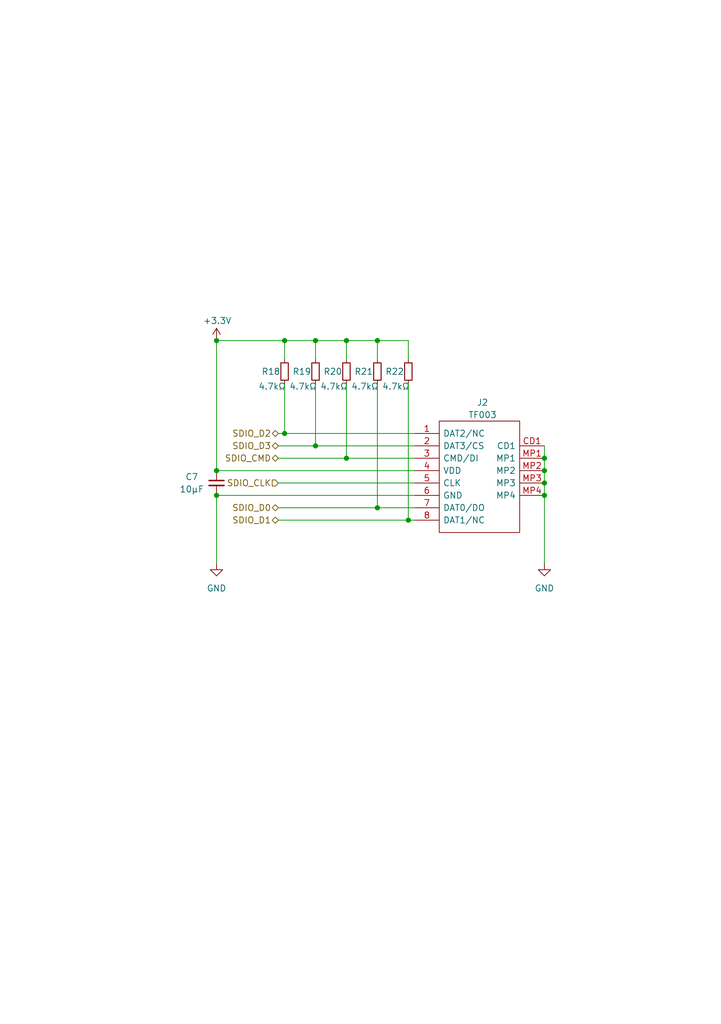
<source format=kicad_sch>
(kicad_sch (version 20250114) (generator "eeschema") (generator_version "9.0")
  (paper "A5" portrait)
  (title_block (title "GBSCSI2 Common Platform Core - microSD Slot") (date "2026-02-01") (rev "2.0") (comment 1 "Drawn by George R. M."))
  (lib_symbols
    (symbol "Device:C_Small" (pin_numbers (hide yes)) (pin_names (offset 0.254) (hide yes))
      (property "Reference" "C" (at 0.254 1.778 0))
      (property "Value" "C_Small" (at 0.254 -2.032 0))
      (symbol "C_Small_0_1"
        (polyline (pts (xy -1.524 0.508) (xy 1.524 0.508)) (stroke (width 0.3048)))
        (polyline (pts (xy -1.524 -0.508) (xy 1.524 -0.508)) (stroke (width 0.3302)))
      )
      (symbol "C_Small_1_1"
        (pin passive line (at 0 2.54 270) (length 2.032) (name "~") (number "1"))
        (pin passive line (at 0 -2.54 90) (length 2.032) (name "~") (number "2"))
      )
    )
    (symbol "Device:R_Small" (pin_numbers (hide yes)) (pin_names (offset 0.254) (hide yes))
      (property "Reference" "R" (at 0 0 90))
      (property "Value" "R_Small" (at 1.778 0 90))
      (symbol "R_Small_0_1"
        (rectangle (start -0.762 1.778) (end 0.762 -1.778) (stroke (width 0.2032)))
      )
      (symbol "R_Small_1_1"
        (pin passive line (at 0 2.54 270) (length 0.762) (name "~") (number "1"))
        (pin passive line (at 0 -2.54 90) (length 0.762) (name "~") (number "2"))
      )
    )
    (symbol "GBSCSI:TF-01A" (pin_names (offset 0.762))
      (property "Reference" "J" (at 13.97 6.35 0))
      (property "Value" "TF003" (at 13.97 3.81 0))
      (symbol "TF-01A_0_0"
        (pin bidirectional line (at 0 0 0) (length 5.08) (name "DAT2/NC") (number "1"))
        (pin bidirectional line (at 0 -2.54 0) (length 5.08) (name "DAT3/CS") (number "2"))
        (pin bidirectional line (at 0 -5.08 0) (length 5.08) (name "CMD/DI") (number "3"))
        (pin power_in line (at 0 -7.62 0) (length 5.08) (name "VDD") (number "4"))
        (pin input line (at 0 -10.16 0) (length 5.08) (name "CLK") (number "5"))
        (pin power_in line (at 0 -12.7 0) (length 5.08) (name "GND") (number "6"))
        (pin bidirectional line (at 0 -15.24 0) (length 5.08) (name "DAT0/DO") (number "7"))
        (pin bidirectional line (at 0 -17.78 0) (length 5.08) (name "DAT1/NC") (number "8"))
        (pin passive line (at 26.67 -2.54 180) (length 5.08) (name "CD1") (number "CD1"))
        (pin passive line (at 26.67 -5.08 180) (length 5.08) (name "MP1") (number "MP1"))
        (pin passive line (at 26.67 -7.62 180) (length 5.08) (name "MP2") (number "MP2"))
        (pin passive line (at 26.67 -10.16 180) (length 5.08) (name "MP3") (number "MP3"))
        (pin passive line (at 26.67 -12.7 180) (length 5.08) (name "MP4") (number "MP4"))
      )
      (symbol "TF-01A_0_1"
        (polyline (pts (xy 5.08 2.54) (xy 21.59 2.54) (xy 21.59 -20.32) (xy 5.08 -20.32) (xy 5.08 2.54)) (stroke (width 0.1524)))
      )
    )
    (symbol "power:+3.3V" (power) (pin_numbers (hide yes)) (pin_names (offset 0) (hide yes))
      (property "Value" "+3.3V" (at 0 3.556 0))
      (symbol "+3.3V_0_1"
        (polyline (pts (xy -0.762 1.27) (xy 0 2.54)))
        (polyline (pts (xy 0 2.54) (xy 0.762 1.27)))
        (polyline (pts (xy 0 0) (xy 0 2.54)))
      )
      (symbol "+3.3V_1_1"
        (pin power_in line (at 0 0 90) (length 0) (name "~") (number "1"))
      )
    )
    (symbol "power:GND" (power) (pin_numbers (hide yes)) (pin_names (offset 0) (hide yes))
      (property "Value" "GND" (at 0 -3.81 0))
      (symbol "GND_0_1"
        (polyline (pts (xy 0 0) (xy 0 -1.27) (xy 1.27 -1.27) (xy 0 -2.54) (xy -1.27 -1.27) (xy 0 -1.27)))
      )
      (symbol "GND_1_1"
        (pin power_in line (at 0 0 270) (length 0) (name "~") (number "1"))
      )
    )
  )
  (junction (at 77.47 104.14))
  (junction (at 64.77 69.85))
  (junction (at 64.77 91.44))
  (junction (at 58.42 69.85))
  (junction (at 44.45 69.85))
  (junction (at 111.76 101.6))
  (junction (at 71.12 93.98))
  (junction (at 58.42 88.9))
  (junction (at 44.45 101.6))
  (junction (at 111.76 93.98))
  (junction (at 83.82 106.68))
  (junction (at 71.12 69.85))
  (junction (at 111.76 96.52))
  (junction (at 77.47 69.85))
  (junction (at 44.45 96.52))
  (junction (at 111.76 99.06))
  (wire (pts (xy 71.12 78.74) (xy 71.12 93.98)))
  (wire (pts (xy 83.82 78.74) (xy 83.82 106.68)))
  (wire (pts (xy 64.77 69.85) (xy 58.42 69.85)))
  (wire (pts (xy 64.77 73.66) (xy 64.77 69.85)))
  (wire (pts (xy 64.77 91.44) (xy 85.09 91.44)))
  (wire (pts (xy 57.15 91.44) (xy 64.77 91.44)))
  (wire (pts (xy 77.47 104.14) (xy 85.09 104.14)))
  (wire (pts (xy 77.47 69.85) (xy 77.47 73.66)))
  (wire (pts (xy 77.47 78.74) (xy 77.47 104.14)))
  (wire (pts (xy 111.76 101.6) (xy 111.76 115.57)))
  (wire (pts (xy 57.15 104.14) (xy 77.47 104.14)))
  (wire (pts (xy 111.76 99.06) (xy 111.76 101.6)))
  (wire (pts (xy 71.12 69.85) (xy 71.12 73.66)))
  (wire (pts (xy 77.47 69.85) (xy 83.82 69.85)))
  (wire (pts (xy 44.45 101.6) (xy 44.45 115.57)))
  (wire (pts (xy 64.77 78.74) (xy 64.77 91.44)))
  (wire (pts (xy 111.76 91.44) (xy 111.76 93.98)))
  (wire (pts (xy 58.42 88.9) (xy 85.09 88.9)))
  (wire (pts (xy 44.45 69.85) (xy 58.42 69.85)))
  (wire (pts (xy 57.15 106.68) (xy 83.82 106.68)))
  (wire (pts (xy 44.45 69.85) (xy 44.45 96.52)))
  (wire (pts (xy 58.42 69.85) (xy 58.42 73.66)))
  (wire (pts (xy 71.12 93.98) (xy 85.09 93.98)))
  (wire (pts (xy 71.12 69.85) (xy 64.77 69.85)))
  (wire (pts (xy 85.09 101.6) (xy 44.45 101.6)))
  (wire (pts (xy 83.82 106.68) (xy 85.09 106.68)))
  (wire (pts (xy 111.76 93.98) (xy 111.76 96.52)))
  (wire (pts (xy 111.76 96.52) (xy 111.76 99.06)))
  (wire (pts (xy 71.12 69.85) (xy 77.47 69.85)))
  (wire (pts (xy 57.15 99.06) (xy 85.09 99.06)))
  (wire (pts (xy 58.42 78.74) (xy 58.42 88.9)))
  (wire (pts (xy 83.82 69.85) (xy 83.82 73.66)))
  (wire (pts (xy 57.15 93.98) (xy 71.12 93.98)))
  (wire (pts (xy 85.09 96.52) (xy 44.45 96.52)))
  (wire (pts (xy 57.15 88.9) (xy 58.42 88.9)))
  (hierarchical_label "SDIO_D3" (shape bidirectional) (at 57.15 91.44 180))
  (hierarchical_label "SDIO_D0" (shape bidirectional) (at 57.15 104.14 180))
  (hierarchical_label "SDIO_CMD" (shape bidirectional) (at 57.15 93.98 180))
  (hierarchical_label "SDIO_D1" (shape bidirectional) (at 57.15 106.68 180))
  (hierarchical_label "SDIO_D2" (shape bidirectional) (at 57.15 88.9 180))
  (hierarchical_label "SDIO_CLK" (shape input) (at 57.15 99.06 180))
  (symbol (lib_id "Device:R_Small") (at 83.82 76.2 180) (unit 1)
    (property "Reference" "R22" (at 81.026 76.2 0))
    (property "Value" "4.7kΩ" (at 81.28 79.248 0))
    (property "Footprint" "Resistor_SMD:R_0603_1608Metric" (effects (hide yes)))
    (property "LCSC" "C23162" (effects (hide yes)))
    (property "LCSC Part #" "C23162" (effects (hide yes)))
  )
  (symbol (lib_id "Device:R_Small") (at 71.12 76.2 180) (unit 1)
    (property "Reference" "R20" (at 68.326 76.2 0))
    (property "Value" "4.7kΩ" (at 68.58 79.248 0))
    (property "Footprint" "Resistor_SMD:R_0603_1608Metric" (effects (hide yes)))
    (property "LCSC" "C23162" (effects (hide yes)))
    (property "LCSC Part #" "C23162" (effects (hide yes)))
  )
  (symbol (lib_id "power:GND") (at 111.76 115.57 0) (unit 1)
    (property "Reference" "#PWR0114" (effects (hide yes)))
    (property "Value" "GND" (at 111.76 120.65 0))
  )
  (symbol (lib_id "power:+3.3V") (at 44.45 69.85 0) (unit 1)
    (property "Reference" "#PWR0113" (effects (hide yes)))
    (property "Value" "+3.3V" (at 41.656 65.786 0) (effects (justify left)))
    (property "Description" "Power symbol creates a global label with name \"+3.3V\"" (effects (hide yes)))
  )
  (symbol (lib_id "Device:R_Small") (at 77.47 76.2 180) (unit 1)
    (property "Reference" "R21" (at 74.676 76.2 0))
    (property "Value" "4.7kΩ" (at 74.93 79.248 0))
    (property "Footprint" "Resistor_SMD:R_0603_1608Metric" (effects (hide yes)))
    (property "LCSC" "C23162" (effects (hide yes)))
    (property "LCSC Part #" "C23162" (effects (hide yes)))
  )
  (symbol (lib_id "Device:R_Small") (at 58.42 76.2 180) (unit 1)
    (property "Reference" "R18" (at 55.626 76.2 0))
    (property "Value" "4.7kΩ" (at 55.88 79.248 0))
    (property "Footprint" "Resistor_SMD:R_0603_1608Metric" (effects (hide yes)))
    (property "LCSC" "C23162" (effects (hide yes)))
    (property "LCSC Part #" "C23162" (effects (hide yes)))
  )
  (symbol (lib_id "GBSCSI:TF-01A") (at 85.09 88.9 0) (unit 1)
    (property "Reference" "J2" (at 99.06 82.55 0))
    (property "Value" "TF003" (at 99.06 85.09 0))
    (property "Footprint" "GBSCSI:TF01A" (effects (hide yes)))
    (property "LCSC" "C5155563 " (effects (hide yes)))
    (property "LCSC Part #" "C5155563 " (effects (hide yes)))
  )
  (symbol (lib_id "Device:R_Small") (at 64.77 76.2 180) (unit 1)
    (property "Reference" "R19" (at 61.976 76.2 0))
    (property "Value" "4.7kΩ" (at 62.23 79.248 0))
    (property "Footprint" "Resistor_SMD:R_0603_1608Metric" (effects (hide yes)))
    (property "LCSC" "C23162" (effects (hide yes)))
    (property "LCSC Part #" "C23162" (effects (hide yes)))
  )
  (symbol (lib_id "power:GND") (at 44.45 115.57 0) (unit 1)
    (property "Reference" "#PWR0105" (effects (hide yes)))
    (property "Value" "GND" (at 44.45 120.65 0))
  )
  (symbol (lib_id "Device:C_Small") (at 44.45 99.06 0) (unit 1)
    (property "Reference" "C7" (at 39.37 97.79 0))
    (property "Value" "10μF" (at 39.37 100.33 0))
    (property "Footprint" "Capacitor_SMD:C_0603_1608Metric" (effects (hide yes)))
    (property "LCSC" "C96446" (effects (hide yes)))
    (property "LCSC Part #" "C96446" (effects (hide yes)))
  )
)
</source>
